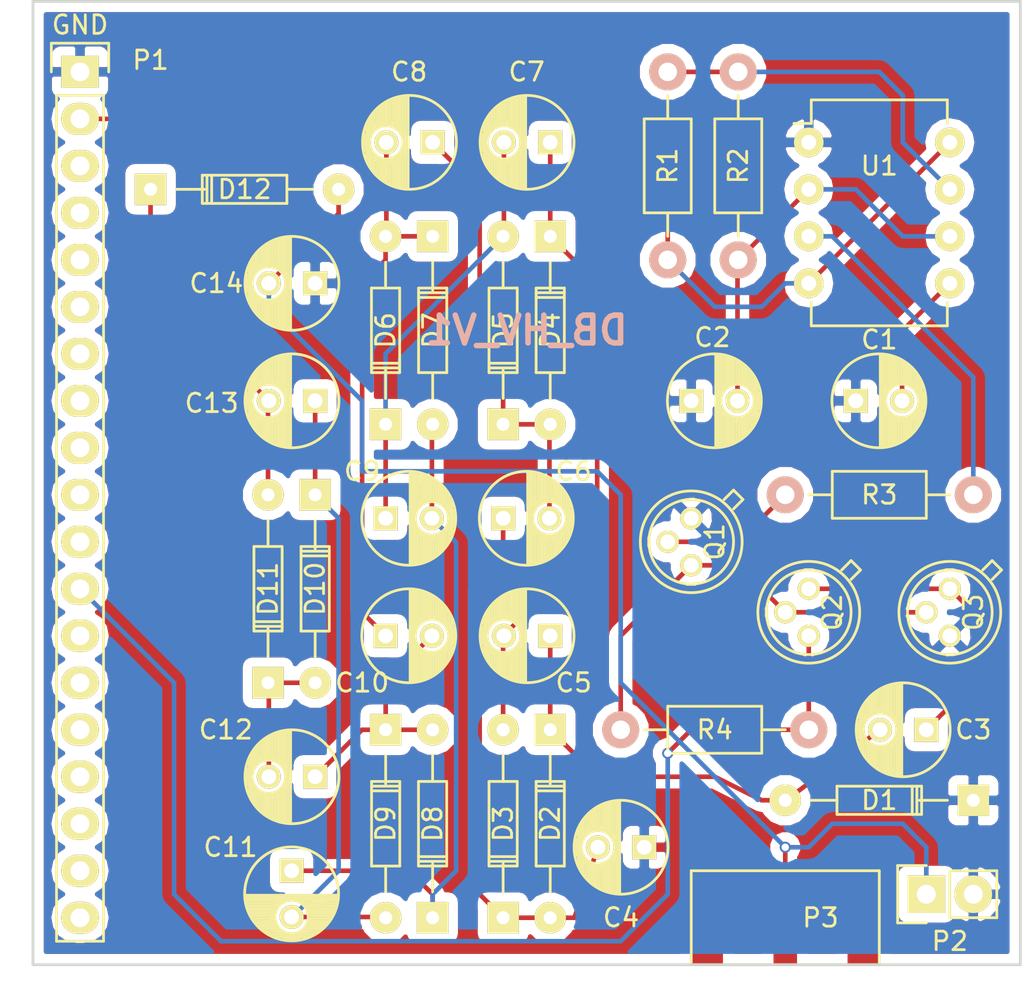
<source format=kicad_pcb>
(kicad_pcb (version 4) (host pcbnew 4.0.4+e1-6308~48~ubuntu16.04.1-stable)
  (layers (0 F.Cu signal) (31 B.Cu signal) (34 B.Paste user) (35 F.Paste user) (36 B.SilkS user) (37 F.SilkS user) (38 B.Mask user) (39 F.Mask user) (44 Edge.Cuts user))
  (net 0 "")
  (net 1 GND)
  (net 2 "Net-(C1-Pad2)")
  (net 3 "Net-(C2-Pad2)")
  (net 4 "Net-(C3-Pad2)")
  (net 5 "Net-(C3-Pad1)")
  (net 6 "Net-(C4-Pad2)")
  (net 7 "Net-(C5-Pad2)")
  (net 8 "Net-(C6-Pad2)")
  (net 9 "Net-(C7-Pad2)")
  (net 10 "Net-(C10-Pad1)")
  (net 11 "Net-(C11-Pad1)")
  (net 12 "Net-(C10-Pad2)")
  (net 13 "Net-(C11-Pad2)")
  (net 14 "Net-(C12-Pad2)")
  (net 15 "Net-(C13-Pad2)")
  (net 16 "Net-(C14-Pad2)")
  (net 17 VCC)
  (net 18 "Net-(P1-Pad12)")
  (net 19 "Net-(Q1-Pad2)")
  (net 20 "Net-(R1-Pad1)")
  (net 21 "Net-(R3-Pad2)")
  (net 22 "Net-(Q1-Pad3)")
  (module Echopen:SMA (layer F.Cu) (at 111.76 81.28)
    (fp_text reference P3 (at 1.905 0) (layer F.SilkS))
    (fp_text value SMA)
    (pad 2 smd rect (at -4.2545 0) (size 1.778 5.08) (layers *.Paste *.Mask F.Cu) (net 1 GND))
    (pad 2 smd rect (at 4.2545 0) (size 1.778 5.08) (layers *.Paste *.Mask F.Cu) (net 1 GND))
    (pad 1 smd rect (at 0 0) (size 1.27 5.08) (layers F.Cu F.Paste F.Mask) (net 16 "Net-(C14-Pad2)"))
  )
  (module Socket_Strips:Socket_Strip_Straight_1x02 (layer F.Cu) (at 119.38 80.01)
    (fp_text reference P2 (at 1.27 2.54) (layer F.SilkS))
    (fp_text value CONN_01X02)
    (pad 1 thru_hole rect (at 0 0) (size 2.032 2.032) (drill 1.016) (layers *.Cu *.Mask F.SilkS) (net 16 "Net-(C14-Pad2)"))
    (pad 2 thru_hole oval (at 2.54 0) (size 2.032 2.032) (drill 1.016) (layers *.Cu *.Mask F.SilkS) (net 1 GND))
  )
  (module Echopen:Header_pin_angled_1x19 (layer F.Cu) (at 73.66 58.42)
    (fp_text reference P1 (at 3.81 -23.495) (layer F.SilkS))
    (fp_text value CONN_01X19)
    (fp_text user GND (at 0 -25.4) (layer F.SilkS))
    (pad 1 thru_hole rect (at 0 -22.86 270) (size 1.7272 2.032) (drill 1.016) (layers *.Cu *.Mask F.SilkS) (net 1 GND))
    (pad 2 thru_hole oval (at 0 -20.32 270) (size 1.7272 2.032) (drill 1.016) (layers *.Cu *.Mask F.SilkS) (net 17 VCC))
    (pad 3 thru_hole oval (at 0 -17.78 270) (size 1.7272 2.032) (drill 1.016) (layers *.Cu *.Mask F.SilkS))
    (pad 4 thru_hole oval (at 0 -15.24 270) (size 1.7272 2.032) (drill 1.016) (layers *.Cu *.Mask F.SilkS))
    (pad 5 thru_hole oval (at 0 -12.7 270) (size 1.7272 2.032) (drill 1.016) (layers *.Cu *.Mask F.SilkS))
    (pad 6 thru_hole oval (at 0 -10.16 270) (size 1.7272 2.032) (drill 1.016) (layers *.Cu *.Mask F.SilkS))
    (pad 7 thru_hole oval (at 0 -7.62 270) (size 1.7272 2.032) (drill 1.016) (layers *.Cu *.Mask F.SilkS))
    (pad 8 thru_hole oval (at 0 -5.08 270) (size 1.7272 2.032) (drill 1.016) (layers *.Cu *.Mask F.SilkS))
    (pad 9 thru_hole oval (at 0 -2.54 270) (size 1.7272 2.032) (drill 1.016) (layers *.Cu *.Mask F.SilkS))
    (pad 10 thru_hole oval (at 0 0 270) (size 1.7272 2.032) (drill 1.016) (layers *.Cu *.Mask F.SilkS))
    (pad 11 thru_hole oval (at 0 2.54 270) (size 1.7272 2.032) (drill 1.016) (layers *.Cu *.Mask F.SilkS))
    (pad 12 thru_hole oval (at 0 5.08 270) (size 1.7272 2.032) (drill 1.016) (layers *.Cu *.Mask F.SilkS) (net 18 "Net-(P1-Pad12)"))
    (pad 13 thru_hole oval (at 0 7.62 270) (size 1.7272 2.032) (drill 1.016) (layers *.Cu *.Mask F.SilkS))
    (pad 14 thru_hole oval (at 0 10.16 270) (size 1.7272 2.032) (drill 1.016) (layers *.Cu *.Mask F.SilkS))
    (pad 15 thru_hole oval (at 0 12.7 270) (size 1.7272 2.032) (drill 1.016) (layers *.Cu *.Mask F.SilkS))
    (pad 16 thru_hole oval (at 0 15.24 270) (size 1.7272 2.032) (drill 1.016) (layers *.Cu *.Mask F.SilkS))
    (pad 17 thru_hole oval (at 0 17.78 270) (size 1.7272 2.032) (drill 1.016) (layers *.Cu *.Mask F.SilkS))
    (pad 18 thru_hole oval (at 0 20.32 270) (size 1.7272 2.032) (drill 1.016) (layers *.Cu *.Mask F.SilkS))
    (pad 19 thru_hole oval (at 0 22.86 270) (size 1.7272 2.032) (drill 1.016) (layers *.Cu *.Mask F.SilkS))
  )
  (module Capacitors_ThroughHole:C_Radial_D5_L6_P2.5 (layer F.Cu) (at 106.68 53.34)
    (fp_text reference C2 (at 1.143 -3.429) (layer F.SilkS))
    (fp_text value 47n)
    (pad 1 thru_hole rect (at 0 0) (size 1.3 1.3) (drill 0.8) (layers *.Cu *.Mask F.SilkS) (net 1 GND))
    (pad 2 thru_hole circle (at 2.5 0) (size 1.3 1.3) (drill 0.8) (layers *.Cu *.Mask F.SilkS) (net 3 "Net-(C2-Pad2)"))
  )
  (module Capacitors_ThroughHole:C_Radial_D5_L6_P2.5 (layer F.Cu) (at 115.57 53.34)
    (fp_text reference C1 (at 1.27 -3.302) (layer F.SilkS))
    (fp_text value 10n)
    (pad 1 thru_hole rect (at 0 0) (size 1.3 1.3) (drill 0.8) (layers *.Cu *.Mask F.SilkS) (net 1 GND))
    (pad 2 thru_hole circle (at 2.5 0) (size 1.3 1.3) (drill 0.8) (layers *.Cu *.Mask F.SilkS) (net 2 "Net-(C1-Pad2)"))
  )
  (module Capacitors_ThroughHole:C_Radial_D5_L6_P2.5 (layer F.Cu) (at 119.38 71.12 180)
    (fp_text reference C3 (at -2.54 0 180) (layer F.SilkS))
    (fp_text value 47u)
    (pad 1 thru_hole rect (at 0 0 180) (size 1.3 1.3) (drill 0.8) (layers *.Cu *.Mask F.SilkS) (net 5 "Net-(C3-Pad1)"))
    (pad 2 thru_hole circle (at 2.5 0 180) (size 1.3 1.3) (drill 0.8) (layers *.Cu *.Mask F.SilkS) (net 4 "Net-(C3-Pad2)"))
  )
  (module Capacitors_ThroughHole:C_Radial_D5_L6_P2.5 (layer F.Cu) (at 104.14 77.47 180)
    (fp_text reference C4 (at 1.25 -3.8 180) (layer F.SilkS))
    (fp_text value 4.7u)
    (pad 1 thru_hole rect (at 0 0 180) (size 1.3 1.3) (drill 0.8) (layers *.Cu *.Mask F.SilkS) (net 1 GND))
    (pad 2 thru_hole circle (at 2.5 0 180) (size 1.3 1.3) (drill 0.8) (layers *.Cu *.Mask F.SilkS) (net 6 "Net-(C4-Pad2)"))
  )
  (module Capacitors_ThroughHole:C_Radial_D5_L6_P2.5 (layer F.Cu) (at 99.06 66.04 180)
    (fp_text reference C5 (at -1.27 -2.54 180) (layer F.SilkS))
    (fp_text value 4.7u)
    (pad 1 thru_hole rect (at 0 0 180) (size 1.3 1.3) (drill 0.8) (layers *.Cu *.Mask F.SilkS) (net 4 "Net-(C3-Pad2)"))
    (pad 2 thru_hole circle (at 2.5 0 180) (size 1.3 1.3) (drill 0.8) (layers *.Cu *.Mask F.SilkS) (net 7 "Net-(C5-Pad2)"))
  )
  (module Capacitors_ThroughHole:C_Radial_D5_L6_P2.5 (layer F.Cu) (at 96.52 59.69)
    (fp_text reference C6 (at 3.81 -2.54) (layer F.SilkS))
    (fp_text value 4.7u)
    (pad 1 thru_hole rect (at 0 0) (size 1.3 1.3) (drill 0.8) (layers *.Cu *.Mask F.SilkS) (net 6 "Net-(C4-Pad2)"))
    (pad 2 thru_hole circle (at 2.5 0) (size 1.3 1.3) (drill 0.8) (layers *.Cu *.Mask F.SilkS) (net 8 "Net-(C6-Pad2)"))
  )
  (module Capacitors_ThroughHole:C_Radial_D5_L6_P2.5 (layer F.Cu) (at 99.06 39.37 180)
    (fp_text reference C7 (at 1.27 3.81 180) (layer F.SilkS))
    (fp_text value 4.7u)
    (pad 1 thru_hole rect (at 0 0 180) (size 1.3 1.3) (drill 0.8) (layers *.Cu *.Mask F.SilkS) (net 7 "Net-(C5-Pad2)"))
    (pad 2 thru_hole circle (at 2.5 0 180) (size 1.3 1.3) (drill 0.8) (layers *.Cu *.Mask F.SilkS) (net 9 "Net-(C7-Pad2)"))
  )
  (module Capacitors_ThroughHole:C_Radial_D5_L6_P2.5 (layer F.Cu) (at 92.71 39.37 180)
    (fp_text reference C8 (at 1.27 3.81 180) (layer F.SilkS))
    (fp_text value 4.7u)
    (pad 1 thru_hole rect (at 0 0 180) (size 1.3 1.3) (drill 0.8) (layers *.Cu *.Mask F.SilkS) (net 8 "Net-(C6-Pad2)"))
    (pad 2 thru_hole circle (at 2.5 0 180) (size 1.3 1.3) (drill 0.8) (layers *.Cu *.Mask F.SilkS) (net 10 "Net-(C10-Pad1)"))
  )
  (module Capacitors_ThroughHole:C_Radial_D5_L6_P2.5 (layer F.Cu) (at 90.17 59.69)
    (fp_text reference C9 (at -1.27 -2.54) (layer F.SilkS))
    (fp_text value 4.7u)
    (pad 1 thru_hole rect (at 0 0) (size 1.3 1.3) (drill 0.8) (layers *.Cu *.Mask F.SilkS) (net 9 "Net-(C7-Pad2)"))
    (pad 2 thru_hole circle (at 2.5 0) (size 1.3 1.3) (drill 0.8) (layers *.Cu *.Mask F.SilkS) (net 11 "Net-(C11-Pad1)"))
  )
  (module Capacitors_ThroughHole:C_Radial_D5_L6_P2.5 (layer F.Cu) (at 90.17 66.04)
    (fp_text reference C10 (at -1.27 2.54) (layer F.SilkS))
    (fp_text value 4.7u)
    (pad 1 thru_hole rect (at 0 0) (size 1.3 1.3) (drill 0.8) (layers *.Cu *.Mask F.SilkS) (net 10 "Net-(C10-Pad1)"))
    (pad 2 thru_hole circle (at 2.5 0) (size 1.3 1.3) (drill 0.8) (layers *.Cu *.Mask F.SilkS) (net 12 "Net-(C10-Pad2)"))
  )
  (module Capacitors_ThroughHole:C_Radial_D5_L6_P2.5 (layer F.Cu) (at 85.09 78.74 270)
    (fp_text reference C11 (at -1.27 3.302 360) (layer F.SilkS))
    (fp_text value 4.7u)
    (pad 1 thru_hole rect (at 0 0 270) (size 1.3 1.3) (drill 0.8) (layers *.Cu *.Mask F.SilkS) (net 11 "Net-(C11-Pad1)"))
    (pad 2 thru_hole circle (at 2.5 0 270) (size 1.3 1.3) (drill 0.8) (layers *.Cu *.Mask F.SilkS) (net 13 "Net-(C11-Pad2)"))
  )
  (module Capacitors_ThroughHole:C_Radial_D5_L6_P2.5 (layer F.Cu) (at 86.36 73.66 180)
    (fp_text reference C12 (at 4.826 2.54 180) (layer F.SilkS))
    (fp_text value 4.7u)
    (pad 1 thru_hole rect (at 0 0 180) (size 1.3 1.3) (drill 0.8) (layers *.Cu *.Mask F.SilkS) (net 12 "Net-(C10-Pad2)"))
    (pad 2 thru_hole circle (at 2.5 0 180) (size 1.3 1.3) (drill 0.8) (layers *.Cu *.Mask F.SilkS) (net 14 "Net-(C12-Pad2)"))
  )
  (module Capacitors_ThroughHole:C_Radial_D5_L6_P2.5 (layer F.Cu) (at 86.36 53.34 180)
    (fp_text reference C13 (at 5.588 -0.127 180) (layer F.SilkS))
    (fp_text value 4.7u)
    (pad 1 thru_hole rect (at 0 0 180) (size 1.3 1.3) (drill 0.8) (layers *.Cu *.Mask F.SilkS) (net 13 "Net-(C11-Pad2)"))
    (pad 2 thru_hole circle (at 2.5 0 180) (size 1.3 1.3) (drill 0.8) (layers *.Cu *.Mask F.SilkS) (net 15 "Net-(C13-Pad2)"))
  )
  (module Capacitors_ThroughHole:C_Radial_D5_L6_P2.5 (layer F.Cu) (at 86.36 46.99 180)
    (fp_text reference C14 (at 5.334 0 180) (layer F.SilkS))
    (fp_text value 4.7u)
    (pad 1 thru_hole rect (at 0 0 180) (size 1.3 1.3) (drill 0.8) (layers *.Cu *.Mask F.SilkS) (net 1 GND))
    (pad 2 thru_hole circle (at 2.5 0 180) (size 1.3 1.3) (drill 0.8) (layers *.Cu *.Mask F.SilkS) (net 16 "Net-(C14-Pad2)"))
  )
  (module Housings_DIP:DIP-8_W7.62mm (layer F.Cu) (at 113.03 39.37)
    (fp_text reference U1 (at 3.81 1.27) (layer F.SilkS))
    (fp_text value LM555N)
    (pad 1 thru_hole oval (at 0 0) (size 1.6 1.6) (drill 0.8) (layers *.Cu *.Mask F.SilkS) (net 1 GND))
    (pad 2 thru_hole oval (at 0 2.54) (size 1.6 1.6) (drill 0.8) (layers *.Cu *.Mask F.SilkS) (net 3 "Net-(C2-Pad2)"))
    (pad 3 thru_hole oval (at 0 5.08) (size 1.6 1.6) (drill 0.8) (layers *.Cu *.Mask F.SilkS) (net 21 "Net-(R3-Pad2)"))
    (pad 4 thru_hole oval (at 0 7.62) (size 1.6 1.6) (drill 0.8) (layers *.Cu *.Mask F.SilkS) (net 17 VCC))
    (pad 5 thru_hole oval (at 7.62 7.62) (size 1.6 1.6) (drill 0.8) (layers *.Cu *.Mask F.SilkS) (net 2 "Net-(C1-Pad2)"))
    (pad 6 thru_hole oval (at 7.62 5.08) (size 1.6 1.6) (drill 0.8) (layers *.Cu *.Mask F.SilkS) (net 3 "Net-(C2-Pad2)"))
    (pad 7 thru_hole oval (at 7.62 2.54) (size 1.6 1.6) (drill 0.8) (layers *.Cu *.Mask F.SilkS) (net 20 "Net-(R1-Pad1)"))
    (pad 8 thru_hole oval (at 7.62 0) (size 1.6 1.6) (drill 0.8) (layers *.Cu *.Mask F.SilkS) (net 17 VCC))
  )
  (module Echopen:D_TH_common (layer F.Cu) (at 121.92 74.93 180)
    (fp_text reference D1 (at 5.08 0 180) (layer F.SilkS))
    (fp_text value 1N4001)
    (pad 2 thru_hole circle (at 10.16052 -0.00254) (size 1.69926 1.69926) (drill 0.70104) (layers *.Cu *.Mask F.SilkS) (net 4 "Net-(C3-Pad2)"))
    (pad 1 thru_hole rect (at 0.00052 -0.00254) (size 1.69926 1.69926) (drill 0.70104) (layers *.Cu *.Mask F.SilkS) (net 1 GND))
  )
  (module Echopen:D_TH_common (layer F.Cu) (at 99.06 71.12 270)
    (fp_text reference D2 (at 5.08 0 270) (layer F.SilkS))
    (fp_text value 1N5062)
    (pad 2 thru_hole circle (at 10.16052 -0.00254 90) (size 1.69926 1.69926) (drill 0.70104) (layers *.Cu *.Mask F.SilkS) (net 6 "Net-(C4-Pad2)"))
    (pad 1 thru_hole rect (at 0.00052 -0.00254 90) (size 1.69926 1.69926) (drill 0.70104) (layers *.Cu *.Mask F.SilkS) (net 4 "Net-(C3-Pad2)"))
  )
  (module Echopen:D_TH_common (layer F.Cu) (at 96.52 81.28 90)
    (fp_text reference D3 (at 5.08 0 90) (layer F.SilkS))
    (fp_text value 1N5062)
    (pad 2 thru_hole circle (at 10.16052 -0.00254 270) (size 1.69926 1.69926) (drill 0.70104) (layers *.Cu *.Mask F.SilkS) (net 7 "Net-(C5-Pad2)"))
    (pad 1 thru_hole rect (at 0.00052 -0.00254 270) (size 1.69926 1.69926) (drill 0.70104) (layers *.Cu *.Mask F.SilkS) (net 6 "Net-(C4-Pad2)"))
  )
  (module Echopen:D_TH_common (layer F.Cu) (at 99.06 44.45 270)
    (fp_text reference D4 (at 5.08 0 270) (layer F.SilkS))
    (fp_text value 1N5062)
    (pad 2 thru_hole circle (at 10.16052 -0.00254 90) (size 1.69926 1.69926) (drill 0.70104) (layers *.Cu *.Mask F.SilkS) (net 8 "Net-(C6-Pad2)"))
    (pad 1 thru_hole rect (at 0.00052 -0.00254 90) (size 1.69926 1.69926) (drill 0.70104) (layers *.Cu *.Mask F.SilkS) (net 7 "Net-(C5-Pad2)"))
  )
  (module Echopen:D_TH_common (layer F.Cu) (at 96.52 54.61 90)
    (fp_text reference D5 (at 5.08 0 90) (layer F.SilkS))
    (fp_text value 1N5062)
    (pad 2 thru_hole circle (at 10.16052 -0.00254 270) (size 1.69926 1.69926) (drill 0.70104) (layers *.Cu *.Mask F.SilkS) (net 9 "Net-(C7-Pad2)"))
    (pad 1 thru_hole rect (at 0.00052 -0.00254 270) (size 1.69926 1.69926) (drill 0.70104) (layers *.Cu *.Mask F.SilkS) (net 8 "Net-(C6-Pad2)"))
  )
  (module Echopen:D_TH_common (layer F.Cu) (at 90.17 54.61 90)
    (fp_text reference D6 (at 5.08 0 90) (layer F.SilkS))
    (fp_text value 1N5062)
    (pad 2 thru_hole circle (at 10.16052 -0.00254 270) (size 1.69926 1.69926) (drill 0.70104) (layers *.Cu *.Mask F.SilkS) (net 10 "Net-(C10-Pad1)"))
    (pad 1 thru_hole rect (at 0.00052 -0.00254 270) (size 1.69926 1.69926) (drill 0.70104) (layers *.Cu *.Mask F.SilkS) (net 9 "Net-(C7-Pad2)"))
  )
  (module Echopen:D_TH_common (layer F.Cu) (at 92.71 44.45 270)
    (fp_text reference D7 (at 5.08 0 270) (layer F.SilkS))
    (fp_text value 1N5062)
    (pad 2 thru_hole circle (at 10.16052 -0.00254 90) (size 1.69926 1.69926) (drill 0.70104) (layers *.Cu *.Mask F.SilkS) (net 11 "Net-(C11-Pad1)"))
    (pad 1 thru_hole rect (at 0.00052 -0.00254 90) (size 1.69926 1.69926) (drill 0.70104) (layers *.Cu *.Mask F.SilkS) (net 10 "Net-(C10-Pad1)"))
  )
  (module Echopen:D_TH_common (layer F.Cu) (at 92.71 81.28 90)
    (fp_text reference D8 (at 5.08 0 90) (layer F.SilkS))
    (fp_text value 1N5062)
    (pad 2 thru_hole circle (at 10.16052 -0.00254 270) (size 1.69926 1.69926) (drill 0.70104) (layers *.Cu *.Mask F.SilkS) (net 12 "Net-(C10-Pad2)"))
    (pad 1 thru_hole rect (at 0.00052 -0.00254 270) (size 1.69926 1.69926) (drill 0.70104) (layers *.Cu *.Mask F.SilkS) (net 11 "Net-(C11-Pad1)"))
  )
  (module Echopen:D_TH_common (layer F.Cu) (at 90.17 71.12 270)
    (fp_text reference D9 (at 5.08 0 270) (layer F.SilkS))
    (fp_text value 1N5062)
    (pad 2 thru_hole circle (at 10.16052 -0.00254 90) (size 1.69926 1.69926) (drill 0.70104) (layers *.Cu *.Mask F.SilkS) (net 13 "Net-(C11-Pad2)"))
    (pad 1 thru_hole rect (at 0.00052 -0.00254 90) (size 1.69926 1.69926) (drill 0.70104) (layers *.Cu *.Mask F.SilkS) (net 12 "Net-(C10-Pad2)"))
  )
  (module Echopen:D_TH_common (layer F.Cu) (at 86.36 58.42 270)
    (fp_text reference D10 (at 5.08 0 270) (layer F.SilkS))
    (fp_text value 1N5062)
    (pad 2 thru_hole circle (at 10.16052 -0.00254 90) (size 1.69926 1.69926) (drill 0.70104) (layers *.Cu *.Mask F.SilkS) (net 14 "Net-(C12-Pad2)"))
    (pad 1 thru_hole rect (at 0.00052 -0.00254 90) (size 1.69926 1.69926) (drill 0.70104) (layers *.Cu *.Mask F.SilkS) (net 13 "Net-(C11-Pad2)"))
  )
  (module Echopen:D_TH_common (layer F.Cu) (at 83.82 68.58 90)
    (fp_text reference D11 (at 5.08 0 90) (layer F.SilkS))
    (fp_text value 1N5062)
    (pad 2 thru_hole circle (at 10.16052 -0.00254 270) (size 1.69926 1.69926) (drill 0.70104) (layers *.Cu *.Mask F.SilkS) (net 15 "Net-(C13-Pad2)"))
    (pad 1 thru_hole rect (at 0.00052 -0.00254 270) (size 1.69926 1.69926) (drill 0.70104) (layers *.Cu *.Mask F.SilkS) (net 14 "Net-(C12-Pad2)"))
  )
  (module Echopen:D_TH_common (layer F.Cu) (at 77.47 41.91)
    (fp_text reference D12 (at 5.08 0) (layer F.SilkS))
    (fp_text value 1N4001)
    (pad 2 thru_hole circle (at 10.16052 -0.00254 180) (size 1.69926 1.69926) (drill 0.70104) (layers *.Cu *.Mask F.SilkS) (net 16 "Net-(C14-Pad2)"))
    (pad 1 thru_hole rect (at 0.00052 -0.00254 180) (size 1.69926 1.69926) (drill 0.70104) (layers *.Cu *.Mask F.SilkS) (net 15 "Net-(C13-Pad2)"))
  )
  (module Echopen:Resistor_TH_common (layer F.Cu) (at 105.41 35.56 270)
    (fp_text reference R1 (at 5.08 0 270) (layer F.SilkS))
    (fp_text value 2.2k)
    (pad 1 thru_hole circle (at 0 0 270) (size 1.99898 1.99898) (drill 1.00076) (layers *.Cu *.SilkS *.Mask) (net 20 "Net-(R1-Pad1)"))
    (pad 2 thru_hole circle (at 10.16 0 270) (size 1.99898 1.99898) (drill 1.00076) (layers *.Cu *.SilkS *.Mask) (net 17 VCC))
  )
  (module Echopen:Resistor_TH_common (layer F.Cu) (at 109.22 35.56 270)
    (fp_text reference R2 (at 5.08 0 270) (layer F.SilkS))
    (fp_text value 12k)
    (pad 1 thru_hole circle (at 0 0 270) (size 1.99898 1.99898) (drill 1.00076) (layers *.Cu *.SilkS *.Mask) (net 20 "Net-(R1-Pad1)"))
    (pad 2 thru_hole circle (at 10.16 0 270) (size 1.99898 1.99898) (drill 1.00076) (layers *.Cu *.SilkS *.Mask) (net 3 "Net-(C2-Pad2)"))
  )
  (module Echopen:Resistor_TH_common (layer F.Cu) (at 111.76 58.42)
    (fp_text reference R3 (at 5.08 0) (layer F.SilkS))
    (fp_text value 3.3k)
    (pad 1 thru_hole circle (at 0 0) (size 1.99898 1.99898) (drill 1.00076) (layers *.Cu *.SilkS *.Mask) (net 19 "Net-(Q1-Pad2)"))
    (pad 2 thru_hole circle (at 10.16 0) (size 1.99898 1.99898) (drill 1.00076) (layers *.Cu *.SilkS *.Mask) (net 21 "Net-(R3-Pad2)"))
  )
  (module Echopen:Resistor_TH_common (layer F.Cu) (at 113.03 71.12 180)
    (fp_text reference R4 (at 5.08 0 180) (layer F.SilkS))
    (fp_text value 1.8k)
    (pad 1 thru_hole circle (at 0 0 180) (size 1.99898 1.99898) (drill 1.00076) (layers *.Cu *.SilkS *.Mask) (net 18 "Net-(P1-Pad12)"))
    (pad 2 thru_hole circle (at 10.16 0 180) (size 1.99898 1.99898) (drill 1.00076) (layers *.Cu *.SilkS *.Mask) (net 22 "Net-(Q1-Pad3)"))
  )
  (module Echopen:TO-18_TH_common (layer F.Cu) (at 106.68 60.96 90)
    (fp_text reference Q1 (at 0 1.27 90) (layer F.SilkS))
    (fp_text value Q2N2222)
    (pad 1 thru_hole circle (at 1.27 0 90) (size 1.2 1.2) (drill 0.8) (layers *.Cu *.Mask F.SilkS) (net 1 GND))
    (pad 2 thru_hole circle (at 0 -1.27 90) (size 1.2 1.2) (drill 0.8) (layers *.Cu *.Mask F.SilkS) (net 19 "Net-(Q1-Pad2)"))
    (pad 3 thru_hole circle (at -1.27 0 90) (size 1.2 1.2) (drill 0.8) (layers *.Cu *.Mask F.SilkS) (net 22 "Net-(Q1-Pad3)"))
  )
  (module Echopen:TO-18_TH_common (layer F.Cu) (at 120.65 64.77 90)
    (fp_text reference Q3 (at 0 1.27 90) (layer F.SilkS))
    (fp_text value Q2N2907)
    (pad 1 thru_hole circle (at 1.27 0 90) (size 1.2 1.2) (drill 0.8) (layers *.Cu *.Mask F.SilkS) (net 5 "Net-(C3-Pad1)"))
    (pad 2 thru_hole circle (at 0 -1.27 90) (size 1.2 1.2) (drill 0.8) (layers *.Cu *.Mask F.SilkS) (net 22 "Net-(Q1-Pad3)"))
    (pad 3 thru_hole circle (at -1.27 0 90) (size 1.2 1.2) (drill 0.8) (layers *.Cu *.Mask F.SilkS) (net 1 GND))
  )
  (module Echopen:TO-18_TH_common (layer F.Cu) (at 113.03 64.77 90)
    (fp_text reference Q2 (at 0 1.27 90) (layer F.SilkS))
    (fp_text value Q2N2222)
    (pad 1 thru_hole circle (at 1.27 0 90) (size 1.2 1.2) (drill 0.8) (layers *.Cu *.Mask F.SilkS) (net 5 "Net-(C3-Pad1)"))
    (pad 2 thru_hole circle (at 0 -1.27 90) (size 1.2 1.2) (drill 0.8) (layers *.Cu *.Mask F.SilkS) (net 22 "Net-(Q1-Pad3)"))
    (pad 3 thru_hole circle (at -1.27 0 90) (size 1.2 1.2) (drill 0.8) (layers *.Cu *.Mask F.SilkS) (net 18 "Net-(P1-Pad12)"))
  )
  (gr_text DB_HV_V1 (at 97.79 49.53) (layer B.SilkS) (effects (font (size 1.5 1.5) (thickness 0.3)) (justify mirror)))
  (gr_line (start 124.46 31.75) (end 71.12 31.75) (angle 90) (layer Edge.Cuts) (width 0.15))
  (gr_line (start 124.46 83.82) (end 124.46 31.75) (angle 90) (layer Edge.Cuts) (width 0.15))
  (gr_line (start 71.12 83.82) (end 124.46 83.82) (angle 90) (layer Edge.Cuts) (width 0.15))
  (gr_line (start 71.12 31.75) (end 71.12 83.82) (angle 90) (layer Edge.Cuts) (width 0.15))
  (segment (start 118.07 53.34) (end 118.07 49.57) (width 0.25) (layer F.Cu) (net 2))
  (segment (start 118.07 49.57) (end 120.65 46.99) (width 0.25) (layer F.Cu) (net 2))
  (segment (start 109.18 53.34) (end 109.18 45.76) (width 0.25) (layer F.Cu) (net 3))
  (segment (start 109.18 45.76) (end 109.22 45.72) (width 0.25) (layer F.Cu) (net 3))
  (segment (start 109.22 45.72) (end 113.03 41.91) (width 0.25) (layer F.Cu) (net 3))
  (segment (start 120.65 44.45) (end 118.11 44.45) (width 0.25) (layer B.Cu) (net 3))
  (segment (start 115.57 41.91) (end 113.03 41.91) (width 0.25) (layer B.Cu) (net 3))
  (segment (start 118.11 44.45) (end 115.57 41.91) (width 0.25) (layer B.Cu) (net 3))
  (segment (start 99.06254 71.12052) (end 99.06254 66.04254) (width 0.25) (layer F.Cu) (net 4))
  (segment (start 99.06254 66.04254) (end 99.06 66.04) (width 0.25) (layer F.Cu) (net 4))
  (segment (start 111.75948 74.93254) (end 110.49 74.93) (width 0.25) (layer F.Cu) (net 4))
  (segment (start 101.60202 73.66) (end 99.06254 71.12052) (width 0.25) (layer F.Cu) (net 4))
  (segment (start 107.95 73.66) (end 101.60202 73.66) (width 0.25) (layer F.Cu) (net 4))
  (segment (start 110.49 74.93) (end 107.95 73.66) (width 0.25) (layer F.Cu) (net 4))
  (segment (start 111.75948 74.93254) (end 111.79746 74.93254) (width 0.25) (layer F.Cu) (net 4))
  (segment (start 111.79746 74.93254) (end 116.88 71.12) (width 0.25) (layer F.Cu) (net 4))
  (segment (start 120.65 63.5) (end 123.19 66.04) (width 0.25) (layer F.Cu) (net 5))
  (segment (start 123.19 67.31) (end 119.38 71.12) (width 0.25) (layer F.Cu) (net 5))
  (segment (start 123.19 66.04) (end 123.19 67.31) (width 0.25) (layer F.Cu) (net 5))
  (segment (start 113.03 63.5) (end 120.65 63.5) (width 0.25) (layer F.Cu) (net 5))
  (segment (start 96.52 59.69) (end 96.52 62.23) (width 0.25) (layer F.Cu) (net 6))
  (segment (start 95.25 80.01202) (end 96.51746 81.27948) (width 0.25) (layer F.Cu) (net 6))
  (segment (start 95.25 63.5) (end 95.25 80.01202) (width 0.25) (layer F.Cu) (net 6))
  (segment (start 96.52 62.23) (end 95.25 63.5) (width 0.25) (layer F.Cu) (net 6))
  (segment (start 96.51746 81.27948) (end 99.0615 81.27948) (width 0.25) (layer F.Cu) (net 6))
  (segment (start 99.0615 81.27948) (end 99.06254 81.28052) (width 0.25) (layer F.Cu) (net 6))
  (segment (start 99.06254 81.28052) (end 100.36948 81.28052) (width 0.25) (layer F.Cu) (net 6))
  (segment (start 100.36948 81.28052) (end 101.64 77.47) (width 0.25) (layer F.Cu) (net 6))
  (segment (start 99.06254 44.45052) (end 99.06254 39.37254) (width 0.25) (layer F.Cu) (net 7))
  (segment (start 99.06254 39.37254) (end 99.06 39.37) (width 0.25) (layer F.Cu) (net 7))
  (segment (start 96.56 66.04) (end 96.56 66) (width 0.25) (layer F.Cu) (net 7))
  (segment (start 96.56 66) (end 101.6 60.96) (width 0.25) (layer F.Cu) (net 7))
  (segment (start 101.6 46.99) (end 99.06254 44.45254) (width 0.25) (layer F.Cu) (net 7))
  (segment (start 101.6 60.96) (end 101.6 46.99) (width 0.25) (layer F.Cu) (net 7))
  (segment (start 99.06254 44.45254) (end 99.06254 44.45052) (width 0.25) (layer F.Cu) (net 7))
  (segment (start 96.51746 71.11948) (end 96.51746 66.08254) (width 0.25) (layer F.Cu) (net 7))
  (segment (start 96.51746 66.08254) (end 96.56 66.04) (width 0.25) (layer F.Cu) (net 7))
  (segment (start 96.51746 54.60948) (end 96.51746 49.52746) (width 0.25) (layer F.Cu) (net 8))
  (segment (start 95.25 41.91) (end 92.71 39.37) (width 0.25) (layer F.Cu) (net 8))
  (segment (start 95.25 48.26) (end 95.25 41.91) (width 0.25) (layer F.Cu) (net 8))
  (segment (start 96.51746 49.52746) (end 95.25 48.26) (width 0.25) (layer F.Cu) (net 8))
  (segment (start 99.06254 54.61052) (end 96.5185 54.61052) (width 0.25) (layer F.Cu) (net 8))
  (segment (start 96.5185 54.61052) (end 96.51746 54.60948) (width 0.25) (layer F.Cu) (net 8))
  (segment (start 99.02 59.69) (end 99.02 54.65306) (width 0.25) (layer F.Cu) (net 8))
  (segment (start 99.02 54.65306) (end 99.06254 54.61052) (width 0.25) (layer F.Cu) (net 8))
  (segment (start 90.17 59.69) (end 90.17 54.61202) (width 0.25) (layer F.Cu) (net 9))
  (segment (start 90.17 54.61202) (end 90.16746 54.60948) (width 0.25) (layer F.Cu) (net 9))
  (segment (start 90.16746 54.60948) (end 90.16746 50.79948) (width 0.25) (layer B.Cu) (net 9))
  (segment (start 90.16746 50.79948) (end 96.51746 44.44948) (width 0.25) (layer B.Cu) (net 9))
  (segment (start 96.56 39.37) (end 96.56 44.40694) (width 0.25) (layer F.Cu) (net 9))
  (segment (start 96.56 44.40694) (end 96.51746 44.44948) (width 0.25) (layer F.Cu) (net 9))
  (segment (start 90.16746 44.44948) (end 90.16746 45.72254) (width 0.25) (layer F.Cu) (net 10))
  (segment (start 88.9 64.77) (end 90.17 66.04) (width 0.25) (layer F.Cu) (net 10))
  (segment (start 88.9 46.99) (end 88.9 64.77) (width 0.25) (layer F.Cu) (net 10))
  (segment (start 90.16746 45.72254) (end 88.9 46.99) (width 0.25) (layer F.Cu) (net 10))
  (segment (start 90.16746 44.44948) (end 92.7115 44.44948) (width 0.25) (layer F.Cu) (net 10))
  (segment (start 92.7115 44.44948) (end 92.71254 44.45052) (width 0.25) (layer F.Cu) (net 10))
  (segment (start 90.21 39.37) (end 90.21 44.40694) (width 0.25) (layer F.Cu) (net 10))
  (segment (start 90.21 44.40694) (end 90.16746 44.44948) (width 0.25) (layer F.Cu) (net 10))
  (segment (start 85.09 78.74) (end 91.44 78.74) (width 0.25) (layer F.Cu) (net 11))
  (segment (start 92.70746 80.00746) (end 92.70746 81.27948) (width 0.25) (layer F.Cu) (net 11))
  (segment (start 91.44 78.74) (end 92.70746 80.00746) (width 0.25) (layer F.Cu) (net 11))
  (segment (start 92.70746 81.27948) (end 92.70746 80.01254) (width 0.25) (layer B.Cu) (net 11))
  (segment (start 93.98 61) (end 92.67 59.69) (width 0.25) (layer B.Cu) (net 11))
  (segment (start 93.98 78.74) (end 93.98 61) (width 0.25) (layer B.Cu) (net 11))
  (segment (start 92.70746 80.01254) (end 93.98 78.74) (width 0.25) (layer B.Cu) (net 11))
  (segment (start 92.67 59.69) (end 92.67 54.65306) (width 0.25) (layer F.Cu) (net 11))
  (segment (start 92.67 54.65306) (end 92.71254 54.61052) (width 0.25) (layer F.Cu) (net 11))
  (segment (start 90.17254 71.12052) (end 88.89948 71.12052) (width 0.25) (layer F.Cu) (net 12))
  (segment (start 88.89948 71.12052) (end 86.36 73.66) (width 0.25) (layer F.Cu) (net 12))
  (segment (start 90.17254 71.12052) (end 92.70642 71.12052) (width 0.25) (layer F.Cu) (net 12))
  (segment (start 92.70642 71.12052) (end 92.70746 71.11948) (width 0.25) (layer F.Cu) (net 12))
  (segment (start 90.17254 71.12052) (end 90.17254 68.53746) (width 0.25) (layer F.Cu) (net 12))
  (segment (start 90.17254 68.53746) (end 92.67 66.04) (width 0.25) (layer F.Cu) (net 12))
  (segment (start 86.36254 58.42052) (end 86.36254 53.34254) (width 0.25) (layer F.Cu) (net 13))
  (segment (start 86.36254 53.34254) (end 86.36 53.34) (width 0.25) (layer F.Cu) (net 13))
  (segment (start 85.09 81.24) (end 85.13 81.24) (width 0.25) (layer B.Cu) (net 13))
  (segment (start 85.13 81.24) (end 87.63 78.74) (width 0.25) (layer B.Cu) (net 13))
  (segment (start 87.63 59.68798) (end 86.36254 58.42052) (width 0.25) (layer B.Cu) (net 13))
  (segment (start 87.63 78.74) (end 87.63 59.68798) (width 0.25) (layer B.Cu) (net 13))
  (segment (start 85.09 81.24) (end 90.13202 81.24) (width 0.25) (layer F.Cu) (net 13))
  (segment (start 90.13202 81.24) (end 90.17254 81.28052) (width 0.25) (layer F.Cu) (net 13))
  (segment (start 83.81746 68.57948) (end 86.3615 68.57948) (width 0.25) (layer F.Cu) (net 14))
  (segment (start 86.3615 68.57948) (end 86.36254 68.58052) (width 0.25) (layer F.Cu) (net 14))
  (segment (start 83.86 73.66) (end 83.86 68.62202) (width 0.25) (layer F.Cu) (net 14))
  (segment (start 83.86 68.62202) (end 83.81746 68.57948) (width 0.25) (layer F.Cu) (net 14))
  (segment (start 77.47052 41.90746) (end 77.47052 46.95052) (width 0.25) (layer F.Cu) (net 15))
  (segment (start 77.47052 46.95052) (end 83.86 53.34) (width 0.25) (layer F.Cu) (net 15))
  (segment (start 83.81746 58.41948) (end 83.81746 53.38254) (width 0.25) (layer F.Cu) (net 15))
  (segment (start 83.81746 53.38254) (end 83.86 53.34) (width 0.25) (layer F.Cu) (net 15))
  (segment (start 111.76 77.47) (end 111.76 81.28) (width 0.25) (layer F.Cu) (net 16))
  (via (at 111.76 77.47) (size 0.6) (drill 0.4) (layers F.Cu B.Cu) (net 16))
  (segment (start 83.86 46.99) (end 83.86 48.3) (width 0.25) (layer B.Cu) (net 16))
  (segment (start 119.38 77.47) (end 119.38 80.01) (width 0.25) (layer B.Cu) (net 16))
  (segment (start 118.11 76.2) (end 119.38 77.47) (width 0.25) (layer B.Cu) (net 16))
  (segment (start 114.3 76.2) (end 118.11 76.2) (width 0.25) (layer B.Cu) (net 16))
  (segment (start 113.03 77.47) (end 114.3 76.2) (width 0.25) (layer B.Cu) (net 16))
  (segment (start 111.76 77.47) (end 113.03 77.47) (width 0.25) (layer B.Cu) (net 16))
  (segment (start 102.87 68.58) (end 111.76 77.47) (width 0.25) (layer B.Cu) (net 16))
  (segment (start 102.87 58.42) (end 102.87 68.58) (width 0.25) (layer B.Cu) (net 16))
  (segment (start 101.6 57.15) (end 102.87 58.42) (width 0.25) (layer B.Cu) (net 16))
  (segment (start 88.9 57.15) (end 101.6 57.15) (width 0.25) (layer B.Cu) (net 16))
  (segment (start 88.9 53.34) (end 88.9 57.15) (width 0.25) (layer B.Cu) (net 16))
  (segment (start 83.86 48.3) (end 88.9 53.34) (width 0.25) (layer B.Cu) (net 16))
  (segment (start 83.86 46.99) (end 83.86 47.03) (width 0.25) (layer B.Cu) (net 16))
  (segment (start 87.63052 41.90746) (end 87.63052 43.21948) (width 0.25) (layer F.Cu) (net 16))
  (segment (start 87.63052 43.21948) (end 83.86 46.99) (width 0.25) (layer F.Cu) (net 16))
  (segment (start 73.66 38.1) (end 85.09 38.1) (width 0.25) (layer F.Cu) (net 17))
  (segment (start 105.41 41.91) (end 105.41 45.72) (width 0.25) (layer F.Cu) (net 17))
  (segment (start 100.33 36.83) (end 105.41 41.91) (width 0.25) (layer F.Cu) (net 17))
  (segment (start 86.36 36.83) (end 100.33 36.83) (width 0.25) (layer F.Cu) (net 17))
  (segment (start 85.09 38.1) (end 86.36 36.83) (width 0.25) (layer F.Cu) (net 17))
  (segment (start 113.03 46.99) (end 111.76 46.99) (width 0.25) (layer B.Cu) (net 17))
  (segment (start 107.95 48.26) (end 105.41 45.72) (width 0.25) (layer B.Cu) (net 17))
  (segment (start 110.49 48.26) (end 107.95 48.26) (width 0.25) (layer B.Cu) (net 17))
  (segment (start 111.76 46.99) (end 110.49 48.26) (width 0.25) (layer B.Cu) (net 17))
  (segment (start 113.03 46.99) (end 120.65 39.37) (width 0.25) (layer F.Cu) (net 17))
  (segment (start 113.03 71.12) (end 106.68 71.12) (width 0.25) (layer F.Cu) (net 18))
  (segment (start 78.74 68.58) (end 73.66 63.5) (width 0.25) (layer B.Cu) (net 18))
  (segment (start 78.74 80.01) (end 78.74 68.58) (width 0.25) (layer B.Cu) (net 18))
  (segment (start 81.28 82.55) (end 78.74 80.01) (width 0.25) (layer B.Cu) (net 18))
  (segment (start 102.87 82.55) (end 81.28 82.55) (width 0.25) (layer B.Cu) (net 18))
  (segment (start 105.41 80.01) (end 102.87 82.55) (width 0.25) (layer B.Cu) (net 18))
  (segment (start 105.41 72.39) (end 105.41 80.01) (width 0.25) (layer B.Cu) (net 18))
  (via (at 105.41 72.39) (size 0.6) (drill 0.4) (layers F.Cu B.Cu) (net 18))
  (segment (start 106.68 71.12) (end 105.41 72.39) (width 0.25) (layer F.Cu) (net 18))
  (segment (start 113.03 71.12) (end 113.03 66.04) (width 0.25) (layer F.Cu) (net 18))
  (segment (start 105.41 60.96) (end 109.22 60.96) (width 0.25) (layer F.Cu) (net 19))
  (segment (start 109.22 60.96) (end 111.76 58.42) (width 0.25) (layer F.Cu) (net 19))
  (segment (start 109.22 35.56) (end 116.84 35.56) (width 0.25) (layer B.Cu) (net 20))
  (segment (start 118.11 39.37) (end 120.65 41.91) (width 0.25) (layer B.Cu) (net 20))
  (segment (start 118.11 36.83) (end 118.11 39.37) (width 0.25) (layer B.Cu) (net 20))
  (segment (start 116.84 35.56) (end 118.11 36.83) (width 0.25) (layer B.Cu) (net 20))
  (segment (start 105.41 35.56) (end 109.22 35.56) (width 0.25) (layer F.Cu) (net 20))
  (segment (start 113.03 44.45) (end 114.3 44.45) (width 0.25) (layer B.Cu) (net 21))
  (segment (start 121.92 52.07) (end 121.92 58.42) (width 0.25) (layer B.Cu) (net 21))
  (segment (start 114.3 44.45) (end 121.92 52.07) (width 0.25) (layer B.Cu) (net 21))
  (segment (start 111.76 64.77) (end 119.38 64.77) (width 0.25) (layer F.Cu) (net 22))
  (segment (start 106.68 62.23) (end 109.22 62.23) (width 0.25) (layer F.Cu) (net 22))
  (segment (start 109.22 62.23) (end 111.76 64.77) (width 0.25) (layer F.Cu) (net 22))
  (segment (start 102.87 71.12) (end 102.87 66.04) (width 0.25) (layer F.Cu) (net 22))
  (segment (start 102.87 66.04) (end 106.68 62.23) (width 0.25) (layer F.Cu) (net 22))
  (zone (net 1) (net_name GND) (layer F.Cu) (connect_pads (clearance 0.508)) (min_thickness 0.254) (fill yes (arc_segments 16) (thermal_gap 0.508) (thermal_bridge_width 0.508))
    (polygon (pts (xy 124.46 83.82) (xy 71.12 83.82) (xy 71.12 31.75) (xy 124.46 31.75)))
  )
  (zone (net 1) (net_name GND) (layer B.Cu) (connect_pads (clearance 0.508)) (min_thickness 0.254) (fill yes (arc_segments 16) (thermal_gap 0.508) (thermal_bridge_width 0.508))
    (polygon (pts (xy 124.46 83.82) (xy 71.12 83.82) (xy 71.12 31.75) (xy 124.46 31.75)))
  )
)
</source>
